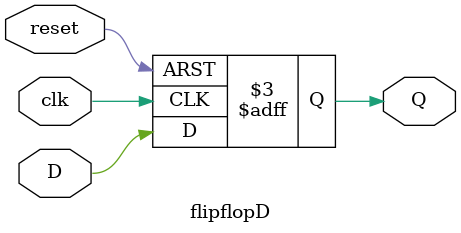
<source format=v>
module flipflopD (D, clk, reset, Q);

	// Declaracao de portas
	input D; 						
	input clk; 
	input reset; 
	output reg Q; 
	
	always @(posedge clk or posedge reset) 
		begin
			if(reset==1'b1)
				Q <= 1'b0; 
			else 
				Q <= D; 
		end 
endmodule 
</source>
